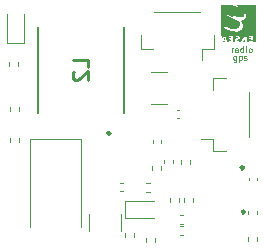
<source format=gbr>
%TF.GenerationSoftware,KiCad,Pcbnew,9.0.0*%
%TF.CreationDate,2025-03-28T18:18:21+01:00*%
%TF.ProjectId,cansatperso,63616e73-6174-4706-9572-736f2e6b6963,rev?*%
%TF.SameCoordinates,Original*%
%TF.FileFunction,Legend,Bot*%
%TF.FilePolarity,Positive*%
%FSLAX46Y46*%
G04 Gerber Fmt 4.6, Leading zero omitted, Abs format (unit mm)*
G04 Created by KiCad (PCBNEW 9.0.0) date 2025-03-28 18:18:21*
%MOMM*%
%LPD*%
G01*
G04 APERTURE LIST*
%ADD10C,0.100000*%
%ADD11C,0.254000*%
%ADD12C,0.120000*%
%ADD13C,0.200000*%
%ADD14C,0.250000*%
%ADD15C,0.000000*%
G04 APERTURE END LIST*
D10*
X192834836Y-77133609D02*
X192834836Y-76800276D01*
X192834836Y-76895514D02*
X192858646Y-76847895D01*
X192858646Y-76847895D02*
X192882455Y-76824085D01*
X192882455Y-76824085D02*
X192930074Y-76800276D01*
X192930074Y-76800276D02*
X192977693Y-76800276D01*
X193358646Y-77133609D02*
X193358646Y-76871704D01*
X193358646Y-76871704D02*
X193334836Y-76824085D01*
X193334836Y-76824085D02*
X193287217Y-76800276D01*
X193287217Y-76800276D02*
X193191979Y-76800276D01*
X193191979Y-76800276D02*
X193144360Y-76824085D01*
X193358646Y-77109800D02*
X193311027Y-77133609D01*
X193311027Y-77133609D02*
X193191979Y-77133609D01*
X193191979Y-77133609D02*
X193144360Y-77109800D01*
X193144360Y-77109800D02*
X193120551Y-77062180D01*
X193120551Y-77062180D02*
X193120551Y-77014561D01*
X193120551Y-77014561D02*
X193144360Y-76966942D01*
X193144360Y-76966942D02*
X193191979Y-76943133D01*
X193191979Y-76943133D02*
X193311027Y-76943133D01*
X193311027Y-76943133D02*
X193358646Y-76919323D01*
X193811027Y-77133609D02*
X193811027Y-76633609D01*
X193811027Y-77109800D02*
X193763408Y-77133609D01*
X193763408Y-77133609D02*
X193668170Y-77133609D01*
X193668170Y-77133609D02*
X193620551Y-77109800D01*
X193620551Y-77109800D02*
X193596741Y-77085990D01*
X193596741Y-77085990D02*
X193572932Y-77038371D01*
X193572932Y-77038371D02*
X193572932Y-76895514D01*
X193572932Y-76895514D02*
X193596741Y-76847895D01*
X193596741Y-76847895D02*
X193620551Y-76824085D01*
X193620551Y-76824085D02*
X193668170Y-76800276D01*
X193668170Y-76800276D02*
X193763408Y-76800276D01*
X193763408Y-76800276D02*
X193811027Y-76824085D01*
X194049122Y-77133609D02*
X194049122Y-76800276D01*
X194049122Y-76633609D02*
X194025313Y-76657419D01*
X194025313Y-76657419D02*
X194049122Y-76681228D01*
X194049122Y-76681228D02*
X194072932Y-76657419D01*
X194072932Y-76657419D02*
X194049122Y-76633609D01*
X194049122Y-76633609D02*
X194049122Y-76681228D01*
X194358646Y-77133609D02*
X194311027Y-77109800D01*
X194311027Y-77109800D02*
X194287217Y-77085990D01*
X194287217Y-77085990D02*
X194263408Y-77038371D01*
X194263408Y-77038371D02*
X194263408Y-76895514D01*
X194263408Y-76895514D02*
X194287217Y-76847895D01*
X194287217Y-76847895D02*
X194311027Y-76824085D01*
X194311027Y-76824085D02*
X194358646Y-76800276D01*
X194358646Y-76800276D02*
X194430074Y-76800276D01*
X194430074Y-76800276D02*
X194477693Y-76824085D01*
X194477693Y-76824085D02*
X194501503Y-76847895D01*
X194501503Y-76847895D02*
X194525312Y-76895514D01*
X194525312Y-76895514D02*
X194525312Y-77038371D01*
X194525312Y-77038371D02*
X194501503Y-77085990D01*
X194501503Y-77085990D02*
X194477693Y-77109800D01*
X194477693Y-77109800D02*
X194430074Y-77133609D01*
X194430074Y-77133609D02*
X194358646Y-77133609D01*
X193229122Y-77450276D02*
X193229122Y-77855038D01*
X193229122Y-77855038D02*
X193205312Y-77902657D01*
X193205312Y-77902657D02*
X193181503Y-77926466D01*
X193181503Y-77926466D02*
X193133884Y-77950276D01*
X193133884Y-77950276D02*
X193062455Y-77950276D01*
X193062455Y-77950276D02*
X193014836Y-77926466D01*
X193229122Y-77759800D02*
X193181503Y-77783609D01*
X193181503Y-77783609D02*
X193086265Y-77783609D01*
X193086265Y-77783609D02*
X193038646Y-77759800D01*
X193038646Y-77759800D02*
X193014836Y-77735990D01*
X193014836Y-77735990D02*
X192991027Y-77688371D01*
X192991027Y-77688371D02*
X192991027Y-77545514D01*
X192991027Y-77545514D02*
X193014836Y-77497895D01*
X193014836Y-77497895D02*
X193038646Y-77474085D01*
X193038646Y-77474085D02*
X193086265Y-77450276D01*
X193086265Y-77450276D02*
X193181503Y-77450276D01*
X193181503Y-77450276D02*
X193229122Y-77474085D01*
X193467217Y-77450276D02*
X193467217Y-77950276D01*
X193467217Y-77474085D02*
X193514836Y-77450276D01*
X193514836Y-77450276D02*
X193610074Y-77450276D01*
X193610074Y-77450276D02*
X193657693Y-77474085D01*
X193657693Y-77474085D02*
X193681503Y-77497895D01*
X193681503Y-77497895D02*
X193705312Y-77545514D01*
X193705312Y-77545514D02*
X193705312Y-77688371D01*
X193705312Y-77688371D02*
X193681503Y-77735990D01*
X193681503Y-77735990D02*
X193657693Y-77759800D01*
X193657693Y-77759800D02*
X193610074Y-77783609D01*
X193610074Y-77783609D02*
X193514836Y-77783609D01*
X193514836Y-77783609D02*
X193467217Y-77759800D01*
X193895789Y-77759800D02*
X193943408Y-77783609D01*
X193943408Y-77783609D02*
X194038646Y-77783609D01*
X194038646Y-77783609D02*
X194086265Y-77759800D01*
X194086265Y-77759800D02*
X194110074Y-77712180D01*
X194110074Y-77712180D02*
X194110074Y-77688371D01*
X194110074Y-77688371D02*
X194086265Y-77640752D01*
X194086265Y-77640752D02*
X194038646Y-77616942D01*
X194038646Y-77616942D02*
X193967217Y-77616942D01*
X193967217Y-77616942D02*
X193919598Y-77593133D01*
X193919598Y-77593133D02*
X193895789Y-77545514D01*
X193895789Y-77545514D02*
X193895789Y-77521704D01*
X193895789Y-77521704D02*
X193919598Y-77474085D01*
X193919598Y-77474085D02*
X193967217Y-77450276D01*
X193967217Y-77450276D02*
X194038646Y-77450276D01*
X194038646Y-77450276D02*
X194086265Y-77474085D01*
D11*
X180634318Y-78408333D02*
X180634318Y-77803571D01*
X180634318Y-77803571D02*
X179364318Y-77803571D01*
X179485270Y-78771190D02*
X179424794Y-78831666D01*
X179424794Y-78831666D02*
X179364318Y-78952619D01*
X179364318Y-78952619D02*
X179364318Y-79255000D01*
X179364318Y-79255000D02*
X179424794Y-79375952D01*
X179424794Y-79375952D02*
X179485270Y-79436428D01*
X179485270Y-79436428D02*
X179606222Y-79496905D01*
X179606222Y-79496905D02*
X179727175Y-79496905D01*
X179727175Y-79496905D02*
X179908603Y-79436428D01*
X179908603Y-79436428D02*
X180634318Y-78710714D01*
X180634318Y-78710714D02*
X180634318Y-79496905D01*
D12*
%TO.C,C19*%
X194270000Y-87754165D02*
X194270000Y-87985835D01*
X194990000Y-87754165D02*
X194990000Y-87985835D01*
%TO.C,C21*%
X188461665Y-91890000D02*
X188693335Y-91890000D01*
X188461665Y-92610000D02*
X188693335Y-92610000D01*
%TO.C,R16*%
X186120000Y-87117621D02*
X186120000Y-86782379D01*
X186880000Y-87117621D02*
X186880000Y-86782379D01*
%TO.C,C27*%
X187120000Y-86525835D02*
X187120000Y-86294165D01*
X187840000Y-86525835D02*
X187840000Y-86294165D01*
%TO.C,J3*%
X190230000Y-84470000D02*
X191220000Y-84470000D01*
X191220000Y-79300000D02*
X192370000Y-79300000D01*
X191220000Y-80350000D02*
X191220000Y-79300000D01*
X191220000Y-84470000D02*
X191220000Y-85520000D01*
X191220000Y-85520000D02*
X192370000Y-85520000D01*
X194340000Y-80470000D02*
X194340000Y-84350000D01*
%TO.C,R15*%
X185897621Y-88190000D02*
X185562379Y-88190000D01*
X185897621Y-88950000D02*
X185562379Y-88950000D01*
D13*
%TO.C,L2*%
X176410000Y-74970000D02*
X176410000Y-82270000D01*
X183710000Y-82270000D02*
X183710000Y-74970000D01*
D12*
%TO.C,C29*%
X187391252Y-78840000D02*
X185968748Y-78840000D01*
X187391252Y-81560000D02*
X185968748Y-81560000D01*
%TO.C,C28*%
X188405835Y-82020000D02*
X188174165Y-82020000D01*
X188405835Y-82740000D02*
X188174165Y-82740000D01*
%TO.C,R11*%
X183820000Y-92442379D02*
X183820000Y-92777621D01*
X184580000Y-92442379D02*
X184580000Y-92777621D01*
%TO.C,J4*%
X185130000Y-76840000D02*
X185130000Y-75690000D01*
X186180000Y-76840000D02*
X185130000Y-76840000D01*
X186300000Y-73720000D02*
X190180000Y-73720000D01*
X190300000Y-76840000D02*
X191350000Y-76840000D01*
X190300000Y-77830000D02*
X190300000Y-76840000D01*
X191350000Y-76840000D02*
X191350000Y-75690000D01*
%TO.C,C25*%
X183615835Y-88170000D02*
X183384165Y-88170000D01*
X183615835Y-88890000D02*
X183384165Y-88890000D01*
D14*
%TO.C,IC5*%
X193950000Y-90670000D02*
G75*
G02*
X193700000Y-90670000I-125000J0D01*
G01*
X193700000Y-90670000D02*
G75*
G02*
X193950000Y-90670000I125000J0D01*
G01*
D12*
%TO.C,R22*%
X174050000Y-82077621D02*
X174050000Y-81742379D01*
X174810000Y-82077621D02*
X174810000Y-81742379D01*
%TO.C,R4*%
X185580000Y-93235121D02*
X185580000Y-92899879D01*
X186340000Y-93235121D02*
X186340000Y-92899879D01*
%TO.C,D1*%
X173815000Y-73930000D02*
X173815000Y-76390000D01*
X173815000Y-76390000D02*
X175285000Y-76390000D01*
X175285000Y-76390000D02*
X175285000Y-73930000D01*
D15*
%TO.C,G\u002A\u002A\u002A*%
G36*
X192260981Y-76190424D02*
G01*
X192329351Y-76231145D01*
X192317737Y-76264231D01*
X192235265Y-76279618D01*
X192152789Y-76267274D01*
X192111221Y-76231145D01*
X192128106Y-76203522D01*
X192205307Y-76182671D01*
X192260981Y-76190424D01*
G37*
G36*
X192256641Y-76010154D02*
G01*
X192250708Y-76046269D01*
X192208168Y-76085725D01*
X192196667Y-76084419D01*
X192159694Y-76040112D01*
X192161543Y-76026513D01*
X192208168Y-75964542D01*
X192233142Y-75959981D01*
X192256641Y-76010154D01*
G37*
G36*
X193978934Y-75988786D02*
G01*
X193995006Y-76032010D01*
X194001679Y-76134198D01*
X194000577Y-76173604D01*
X193975220Y-76257302D01*
X193903488Y-76279618D01*
X193898994Y-76279612D01*
X193838981Y-76272068D01*
X193834204Y-76232380D01*
X193880496Y-76134198D01*
X193887560Y-76120729D01*
X193943354Y-76027105D01*
X193978687Y-75988778D01*
X193978934Y-75988786D01*
G37*
G36*
X192705447Y-73177735D02*
G01*
X192902178Y-73181819D01*
X193039609Y-73193678D01*
X193140697Y-73217365D01*
X193228401Y-73256936D01*
X193325681Y-73316446D01*
X193461078Y-73411448D01*
X193665628Y-73591170D01*
X193811809Y-73770705D01*
X193883678Y-73932453D01*
X193893666Y-73999068D01*
X193873756Y-74080263D01*
X193785395Y-74137132D01*
X193592178Y-74190432D01*
X193348087Y-74167591D01*
X193088172Y-74049847D01*
X192986328Y-73989404D01*
X192864755Y-73926760D01*
X192807508Y-73911629D01*
X192820846Y-73944812D01*
X192911030Y-74027113D01*
X192959945Y-74070375D01*
X193000999Y-74129554D01*
X192962915Y-74145461D01*
X192851059Y-74117682D01*
X192670797Y-74045797D01*
X192584525Y-74010187D01*
X192472107Y-73973418D01*
X192417689Y-73969587D01*
X192414451Y-73977036D01*
X192452777Y-74024937D01*
X192557375Y-74095650D01*
X192709432Y-74178676D01*
X192890140Y-74263515D01*
X193080687Y-74339667D01*
X193244595Y-74400530D01*
X193385542Y-74462390D01*
X193469048Y-74520311D01*
X193514599Y-74588774D01*
X193541679Y-74682260D01*
X193553388Y-74853723D01*
X193490673Y-74997417D01*
X193344176Y-75096448D01*
X193077770Y-75158260D01*
X192771014Y-75140698D01*
X192441412Y-75043630D01*
X192290128Y-74986097D01*
X192174369Y-74949649D01*
X192122445Y-74943458D01*
X192111968Y-74960501D01*
X192137645Y-75023584D01*
X192234857Y-75099339D01*
X192386779Y-75179670D01*
X192576586Y-75256476D01*
X192787452Y-75321658D01*
X193002554Y-75367117D01*
X193013505Y-75368801D01*
X193288216Y-75393264D01*
X193491691Y-75368234D01*
X193637916Y-75289665D01*
X193740880Y-75153509D01*
X193780288Y-75027358D01*
X193786568Y-74853347D01*
X193752727Y-74690868D01*
X193682814Y-74579908D01*
X193623740Y-74513310D01*
X193634631Y-74457726D01*
X193735076Y-74437633D01*
X193756622Y-74436637D01*
X193898951Y-74381970D01*
X194007166Y-74266197D01*
X194050152Y-74120626D01*
X194030296Y-73976982D01*
X193922927Y-73750403D01*
X193726376Y-73524544D01*
X193445102Y-73305413D01*
X193252075Y-73177328D01*
X194087373Y-73177328D01*
X194922671Y-73177328D01*
X194922671Y-74728473D01*
X194922671Y-76279618D01*
X194777252Y-76279618D01*
X194775028Y-76279618D01*
X194692856Y-76274867D01*
X194650276Y-76244757D01*
X194634274Y-76165427D01*
X194631832Y-76013015D01*
X194631832Y-75746412D01*
X194462175Y-75746412D01*
X194439910Y-75746830D01*
X194335131Y-75762846D01*
X194292519Y-75794885D01*
X194322606Y-75826765D01*
X194413702Y-75843358D01*
X194493403Y-75855393D01*
X194534885Y-75891832D01*
X194504798Y-75923712D01*
X194413702Y-75940305D01*
X194334001Y-75952340D01*
X194292519Y-75988778D01*
X194322606Y-76020658D01*
X194413702Y-76037251D01*
X194492747Y-76051482D01*
X194534885Y-76109961D01*
X194511167Y-76157389D01*
X194413702Y-76182671D01*
X194334001Y-76194706D01*
X194292519Y-76231145D01*
X194285206Y-76252625D01*
X194222342Y-76279618D01*
X194190349Y-76266660D01*
X194155993Y-76187697D01*
X194137514Y-76025587D01*
X194136333Y-76007228D01*
X194107824Y-75839420D01*
X194055141Y-75760362D01*
X193982413Y-75772547D01*
X193893769Y-75878467D01*
X193810366Y-76013015D01*
X193809076Y-75875674D01*
X193796072Y-75772449D01*
X193765050Y-75745171D01*
X193726829Y-75786867D01*
X193692200Y-75885478D01*
X193671951Y-76028943D01*
X193669225Y-76071309D01*
X193652592Y-76202161D01*
X193620897Y-76264035D01*
X193564408Y-76279618D01*
X193507572Y-76267129D01*
X193499345Y-76207097D01*
X193506814Y-76177390D01*
X193478165Y-76152332D01*
X193376640Y-76164683D01*
X193286980Y-76174736D01*
X193231497Y-76155190D01*
X193259458Y-76109432D01*
X193371526Y-76052089D01*
X193484342Y-75981858D01*
X193512172Y-75892227D01*
X193446904Y-75797099D01*
X193418389Y-75778823D01*
X193311258Y-75754881D01*
X193204311Y-75771625D01*
X193143154Y-75824885D01*
X193158166Y-75857203D01*
X193248422Y-75855589D01*
X193330924Y-75852426D01*
X193371526Y-75886181D01*
X193366352Y-75907531D01*
X193308081Y-75940305D01*
X193249421Y-75955000D01*
X193150543Y-76010063D01*
X193125262Y-76029824D01*
X193083365Y-76093994D01*
X193117452Y-76179719D01*
X193144250Y-76227623D01*
X193140940Y-76270959D01*
X193056861Y-76279618D01*
X192995920Y-76275237D01*
X192955009Y-76245192D01*
X192938399Y-76165694D01*
X192935267Y-76013015D01*
X192935267Y-75746412D01*
X192765610Y-75746412D01*
X192743345Y-75746830D01*
X192638566Y-75762846D01*
X192595954Y-75794885D01*
X192612839Y-75822508D01*
X192690040Y-75843358D01*
X192745714Y-75851111D01*
X192814084Y-75891832D01*
X192802470Y-75924918D01*
X192719998Y-75940305D01*
X192684016Y-75942049D01*
X192606621Y-75970079D01*
X192612436Y-76013096D01*
X192705019Y-76045998D01*
X192772856Y-76066220D01*
X192814084Y-76109961D01*
X192790263Y-76143494D01*
X192705019Y-76173924D01*
X192637169Y-76193415D01*
X192595954Y-76234516D01*
X192591091Y-76251889D01*
X192533282Y-76279618D01*
X192496865Y-76252703D01*
X192438194Y-76155240D01*
X192379339Y-76011102D01*
X192345703Y-75920815D01*
X192274311Y-75793288D01*
X192203847Y-75762304D01*
X192131506Y-75827673D01*
X192054488Y-75989207D01*
X192041957Y-76021437D01*
X192021214Y-76068111D01*
X192004936Y-76086101D01*
X191992555Y-76066874D01*
X191983507Y-76001897D01*
X191977225Y-75882637D01*
X191973143Y-75700563D01*
X191970695Y-75447140D01*
X191969315Y-75113836D01*
X191968437Y-74692118D01*
X191965801Y-73177328D01*
X192537991Y-73177328D01*
X192705447Y-73177735D01*
G37*
D12*
%TO.C,C24*%
X180720000Y-92241252D02*
X180720000Y-90818748D01*
X183440000Y-92241252D02*
X183440000Y-90818748D01*
%TO.C,R3*%
X174010000Y-78002379D02*
X174010000Y-78337621D01*
X174770000Y-78002379D02*
X174770000Y-78337621D01*
%TO.C,C20*%
X194220000Y-90815835D02*
X194220000Y-90584165D01*
X194940000Y-90815835D02*
X194940000Y-90584165D01*
%TO.C,R19*%
X187590000Y-89827621D02*
X187590000Y-89492379D01*
X188350000Y-89827621D02*
X188350000Y-89492379D01*
%TO.C,R21*%
X174100000Y-84717621D02*
X174100000Y-84382379D01*
X174860000Y-84717621D02*
X174860000Y-84382379D01*
D14*
%TO.C,IC2*%
X193860000Y-86920000D02*
G75*
G02*
X193610000Y-86920000I-125000J0D01*
G01*
X193610000Y-86920000D02*
G75*
G02*
X193860000Y-86920000I125000J0D01*
G01*
D12*
%TO.C,C26*%
X186170000Y-84835835D02*
X186170000Y-84604165D01*
X186890000Y-84835835D02*
X186890000Y-84604165D01*
%TO.C,C18*%
X188464165Y-90920000D02*
X188695835Y-90920000D01*
X188464165Y-91640000D02*
X188695835Y-91640000D01*
%TO.C,D5*%
X183765000Y-89735000D02*
X183765000Y-91205000D01*
X183765000Y-91205000D02*
X186225000Y-91205000D01*
X186225000Y-89735000D02*
X183765000Y-89735000D01*
%TO.C,R17*%
X188510000Y-86587621D02*
X188510000Y-86252379D01*
X189270000Y-86587621D02*
X189270000Y-86252379D01*
%TO.C,D2*%
X175780000Y-91910000D02*
X175780000Y-84500000D01*
X180080000Y-84500000D02*
X175780000Y-84500000D01*
X180080000Y-91910000D02*
X180080000Y-84500000D01*
%TO.C,R1*%
X194200000Y-92772379D02*
X194200000Y-93107621D01*
X194960000Y-92772379D02*
X194960000Y-93107621D01*
%TO.C,R18*%
X188770000Y-89502379D02*
X188770000Y-89837621D01*
X189530000Y-89502379D02*
X189530000Y-89837621D01*
D14*
%TO.C,IC3*%
X182565000Y-84010000D02*
G75*
G02*
X182315000Y-84010000I-125000J0D01*
G01*
X182315000Y-84010000D02*
G75*
G02*
X182565000Y-84010000I125000J0D01*
G01*
%TD*%
M02*

</source>
